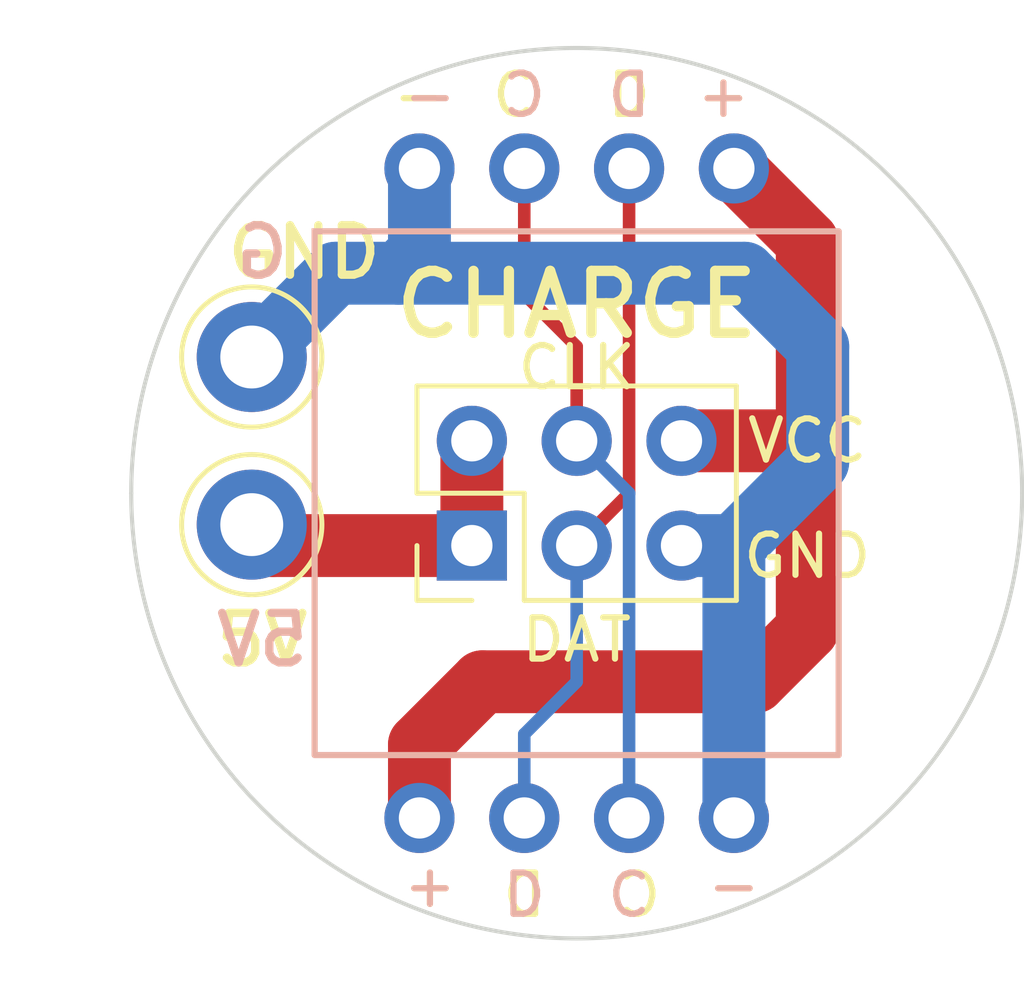
<source format=kicad_pcb>
(kicad_pcb (version 20211014) (generator pcbnew)
  (layers (0 "F.Cu" signal) (31 "B.Cu" signal) (34 "B.Paste" user) (35 "F.Paste" user) (36 "B.SilkS" user "B.Silkscreen") (37 "F.SilkS" user "F.Silkscreen") (38 "B.Mask" user) (39 "F.Mask" user) (44 "Edge.Cuts" user))
  (net 0 "")
  (net 1 "/GND")
  (net 2 "/VCC")
  (net 3 "/DAT")
  (net 4 "/CLK")
  (net 5 "/5V")
  (footprint "Connector_PinHeader_2.54mm:PinHeader_2x03_P2.54mm_Vertical" (layer "F.Cu") (at 124.46 128.27 90)
    (fp_text reference "J3" hide)
    (fp_text value "Conn_02x03_Counter_Clockwise")
    (fp_line (start -1.33 0) (end -1.33 -1.33) (layer "F.SilkS") (width 0.12))
    (fp_line (start -1.33 1.27) (end -1.33 6.41) (layer "F.SilkS") (width 0.12))
    (fp_line (start 3.87 -1.33) (end 3.87 6.41) (layer "F.SilkS") (width 0.12))
    (fp_line (start 1.27 1.27) (end 1.27 -1.33) (layer "F.SilkS") (width 0.12))
    (fp_line (start -1.33 6.41) (end 3.87 6.41) (layer "F.SilkS") (width 0.12))
    (fp_line (start -1.33 -1.33) (end 0 -1.33) (layer "F.SilkS") (width 0.12))
    (fp_line (start -1.33 1.27) (end 1.27 1.27) (layer "F.SilkS") (width 0.12))
    (fp_line (start 1.27 -1.33) (end 3.87 -1.33) (layer "F.SilkS") (width 0.12))
    (pad "1" thru_hole rect (at 0 0 90) (size 1.7 1.7) (drill 1) (layers *.Cu *.Mask) (net 5 "/5V"))
    (pad "2" thru_hole oval (at 2.54 0 90) (size 1.7 1.7) (drill 1) (layers *.Cu *.Mask) (net 5 "/5V"))
    (pad "3" thru_hole oval (at 0 2.54 90) (size 1.7 1.7) (drill 1) (layers *.Cu *.Mask) (net 3 "/DAT"))
    (pad "4" thru_hole oval (at 2.54 2.54 90) (size 1.7 1.7) (drill 1) (layers *.Cu *.Mask) (net 4 "/CLK"))
    (pad "5" thru_hole oval (at 0 5.08 90) (size 1.7 1.7) (drill 1) (layers *.Cu *.Mask) (net 1 "/GND"))
    (pad "6" thru_hole oval (at 2.54 5.08 90) (size 1.7 1.7) (drill 1) (layers *.Cu *.Mask) (net 2 "/VCC"))
  )
  (footprint "TestPoint:TestPoint_Plated_Hole_D2.0mm" (layer "F.Cu") (at 119.126 127.762)
    (fp_text reference "J2" hide)
    (fp_text value "Wire solder pad")
    (fp_circle (center 0 0) (end 0 -1.7) (layer "F.SilkS") (width 0.12) (fill none))
    (pad "1" thru_hole circle (at 0 0) (size 2.667 2.667) (drill 1.524) (layers *.Cu *.Mask) (net 5 "/5V"))
  )
  (footprint "TestPoint:TestPoint_Plated_Hole_D2.0mm" (layer "F.Cu") (at 119.126 123.698)
    (fp_text reference "J1" hide)
    (fp_text value "Wire solder pad")
    (fp_circle (center 0 0) (end 0 -1.7) (layer "F.SilkS") (width 0.12) (fill none))
    (pad "1" thru_hole circle (at 0 0) (size 2.667 2.667) (drill 1.524) (layers *.Cu *.Mask) (net 1 "/GND"))
  )
  (footprint "Shurik:connector-4p-generic-nosilk" (layer "F.Cu") (at 123.19 134.874 90)
    (fp_text reference "J5" hide)
    (fp_text value "LED conn")
    (pad "1" thru_hole circle (at 0 0 90) (size 1.7 1.7) (drill 1) (layers *.Cu *.Mask) (net 2 "/VCC"))
    (pad "2" thru_hole oval (at 0 2.54 90) (size 1.7 1.7) (drill 1) (layers *.Cu *.Mask) (net 3 "/DAT"))
    (pad "3" thru_hole oval (at 0 5.08 90) (size 1.7 1.7) (drill 1) (layers *.Cu *.Mask) (net 4 "/CLK"))
    (pad "4" thru_hole oval (at 0 7.62 90) (size 1.7 1.7) (drill 1) (layers *.Cu *.Mask) (net 1 "/GND"))
  )
  (footprint "Shurik:connector-4p-generic-nosilk" (layer "F.Cu") (at 130.81 119.126 -90)
    (fp_text reference "J4" hide)
    (fp_text value "LED conn")
    (pad "1" thru_hole circle (at 0 0 270) (size 1.7 1.7) (drill 1) (layers *.Cu *.Mask) (net 2 "/VCC"))
    (pad "2" thru_hole oval (at 0 2.54 270) (size 1.7 1.7) (drill 1) (layers *.Cu *.Mask) (net 3 "/DAT"))
    (pad "3" thru_hole oval (at 0 5.08 270) (size 1.7 1.7) (drill 1) (layers *.Cu *.Mask) (net 4 "/CLK"))
    (pad "4" thru_hole oval (at 0 7.62 270) (size 1.7 1.7) (drill 1) (layers *.Cu *.Mask) (net 1 "/GND"))
  )
  (gr_rect (start 120.65 120.65) (end 133.35 133.35) (layer "B.SilkS") (width 0.15) (fill none))
  (gr_arc (start 137.795 127) (mid 127 137.795) (end 116.205 127) (layer "Edge.Cuts") (width 0.1))
  (gr_arc (start 116.205 127) (mid 127 116.205) (end 137.795 127) (layer "Edge.Cuts") (width 0.1))
  (gr_text "G" (at 119.38 121.158) (layer "B.SilkS") (effects (font (size 1.2 1.2) (thickness 0.2)) (justify mirror)))
  (gr_text "C" (at 125.73 117.348) (layer "B.SilkS") (effects (font (size 1 1)) (justify mirror)))
  (gr_text "+" (at 123.444 136.652 180) (layer "B.SilkS") (effects (font (size 1 1)) (justify mirror)))
  (gr_text "+" (at 130.556 117.348) (layer "B.SilkS") (effects (font (size 1 1)) (justify mirror)))
  (gr_text "-" (at 123.444 117.348) (layer "B.SilkS") (effects (font (size 1 1)) (justify mirror)))
  (gr_text "D" (at 128.27 117.348) (layer "B.SilkS") (effects (font (size 1 1)) (justify mirror)))
  (gr_text "C" (at 128.27 136.652 180) (layer "B.SilkS") (effects (font (size 1 1)) (justify mirror)))
  (gr_text "5V" (at 119.38 130.556) (layer "B.SilkS") (effects (font (size 1.2 1.2) (thickness 0.2)) (justify mirror)))
  (gr_text "-" (at 130.81 136.652 180) (layer "B.SilkS") (effects (font (size 1 1)) (justify mirror)))
  (gr_text "D" (at 125.73 136.652 180) (layer "B.SilkS") (effects (font (size 1 1)) (justify mirror)))
  (gr_text "-" (at 123.19 117.348) (layer "F.SilkS") (effects (font (size 1 1))))
  (gr_text "-" (at 130.81 136.652 -180) (layer "F.SilkS") (effects (font (size 1 1))))
  (gr_text "CHARGE" (at 127 122.428) (layer "F.SilkS") (effects (font (size 1.5 1.5) (thickness 0.25))))
  (gr_text "+" (at 130.556 117.348) (layer "F.SilkS") (effects (font (size 1 1))))
  (gr_text "VCC" (at 132.588 125.73) (layer "F.SilkS") (effects (font (size 1 1))))
  (gr_text "DAT" (at 127 130.556) (layer "F.SilkS") (effects (font (size 1 1))))
  (gr_text "D" (at 128.27 117.348) (layer "F.SilkS") (effects (font (size 1 1))))
  (gr_text "CLK" (at 127 123.952) (layer "F.SilkS") (effects (font (size 1 1))))
  (gr_text "GND" (at 120.396 121.158) (layer "F.SilkS") (effects (font (size 1.2 1.2) (thickness 0.2))))
  (gr_text "C" (at 128.524 136.652 -180) (layer "F.SilkS") (effects (font (size 1 1))))
  (gr_text "C" (at 125.476 117.348) (layer "F.SilkS") (effects (font (size 1 1))))
  (gr_text "5V" (at 119.38 130.556) (layer "F.SilkS") (effects (font (size 1.2 1.2) (thickness 0.2))))
  (gr_text "+" (at 123.444 136.652 -180) (layer "F.SilkS") (effects (font (size 1 1))))
  (gr_text "GND" (at 132.588 128.524) (layer "F.SilkS") (effects (font (size 1 1))))
  (gr_text "D" (at 125.73 136.652 -180) (layer "F.SilkS") (effects (font (size 1 1))))
  (segment (start 131.064 121.666) (end 132.842 123.444) (width 1.524) (layer "B.Cu") (net 1))
  (segment (start 121.158 121.666) (end 122.682 121.666) (width 1.524) (layer "B.Cu") (net 1))
  (segment (start 132.842 126.238) (end 130.81 128.27) (width 1.524) (layer "B.Cu") (net 1))
  (segment (start 119.126 123.698) (end 121.158 121.666) (width 1.524) (layer "B.Cu") (net 1))
  (segment (start 129.54 128.27) (end 130.81 128.27) (width 1.524) (layer "B.Cu") (net 1))
  (segment (start 122.682 121.666) (end 131.064 121.666) (width 1.524) (layer "B.Cu") (net 1))
  (segment (start 123.19 119.126) (end 123.19 121.158) (width 1.524) (layer "B.Cu") (net 1))
  (segment (start 132.842 123.444) (end 132.842 126.238) (width 1.524) (layer "B.Cu") (net 1))
  (segment (start 130.81 134.874) (end 130.81 128.27) (width 1.524) (layer "B.Cu") (net 1))
  (segment (start 123.19 121.158) (end 122.682 121.666) (width 1.524) (layer "B.Cu") (net 1))
  (segment (start 123.19 134.874) (end 123.19 133.096) (width 1.524) (layer "F.Cu") (net 2))
  (segment (start 132.588 120.904) (end 130.81 119.126) (width 1.524) (layer "F.Cu") (net 2))
  (segment (start 132.588 125.984) (end 132.588 120.904) (width 1.524) (layer "F.Cu") (net 2))
  (segment (start 129.54 125.73) (end 132.334 125.73) (width 1.524) (layer "F.Cu") (net 2))
  (segment (start 123.19 133.096) (end 124.714 131.572) (width 1.524) (layer "F.Cu") (net 2))
  (segment (start 124.714 131.572) (end 131.318 131.572) (width 1.524) (layer "F.Cu") (net 2))
  (segment (start 132.334 125.73) (end 132.588 125.984) (width 1.524) (layer "F.Cu") (net 2))
  (segment (start 131.318 131.572) (end 132.588 130.302) (width 1.524) (layer "F.Cu") (net 2))
  (segment (start 132.588 130.302) (end 132.588 125.984) (width 1.524) (layer "F.Cu") (net 2))
  (segment (start 127 128.27) (end 127 128.524) (width 0.3048) (layer "F.Cu") (net 3))
  (segment (start 128.27 127) (end 127 128.27) (width 0.3048) (layer "F.Cu") (net 3))
  (segment (start 128.27 118.872) (end 128.27 127) (width 0.3048) (layer "F.Cu") (net 3))
  (segment (start 125.73 134.874) (end 125.73 132.842) (width 0.3048) (layer "B.Cu") (net 3))
  (segment (start 125.73 132.842) (end 127 131.572) (width 0.3048) (layer "B.Cu") (net 3))
  (segment (start 127 131.572) (end 127 128.27) (width 0.3048) (layer "B.Cu") (net 3))
  (segment (start 125.73 122.174) (end 127 123.444) (width 0.3048) (layer "F.Cu") (net 4))
  (segment (start 127 123.444) (end 127 125.73) (width 0.3048) (layer "F.Cu") (net 4))
  (segment (start 125.73 118.872) (end 125.73 122.174) (width 0.3048) (layer "F.Cu") (net 4))
  (segment (start 128.27 134.874) (end 128.27 127) (width 0.3048) (layer "B.Cu") (net 4))
  (segment (start 128.27 127) (end 127 125.73) (width 0.3048) (layer "B.Cu") (net 4))
  (segment (start 124.46 128.27) (end 119.634 128.27) (width 1.524) (layer "F.Cu") (net 5))
  (segment (start 124.46 125.73) (end 124.46 128.27) (width 1.524) (layer "F.Cu") (net 5))
  (segment (start 119.634 128.27) (end 119.126 127.762) (width 1.524) (layer "F.Cu") (net 5))
)
</source>
